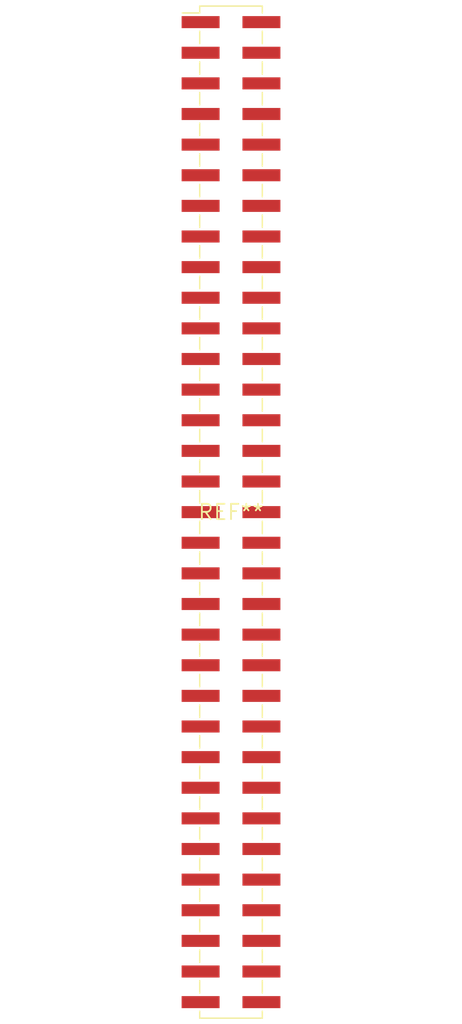
<source format=kicad_pcb>
(kicad_pcb (version 20240108) (generator pcbnew)
  (layers (0 "F.Cu" signal) (31 "B.Cu" signal) (34 "B.Paste" user) (35 "F.Paste" user) (36 "B.SilkS" user "B.Silkscreen") (37 "F.SilkS" user "F.Silkscreen") (38 "B.Mask" user) (39 "F.Mask" user) (44 "Edge.Cuts" user))
  (net 0 "")
  (footprint "PinHeader_2x33_P2.54mm_Vertical_SMD" (layer "F.Cu") (at 0 0)
    (property "Reference" "REF**")
    (property "Value" "PinHeader_2x33_P2.54mm_Vertical_SMD")
    (fp_line (start -4.04 -41.4) (end -2.6 -41.4) (layer "F.SilkS") (stroke (width 0.12)))
    (fp_line (start -2.6 -41.97) (end -2.6 -41.4) (layer "F.SilkS") (stroke (width 0.12)))
    (fp_line (start -2.6 -41.97) (end 2.6 -41.97) (layer "F.SilkS") (stroke (width 0.12)))
    (fp_line (start -2.6 -39.88) (end -2.6 -38.86) (layer "F.SilkS") (stroke (width 0.12)))
    (fp_line (start -2.6 -37.34) (end -2.6 -36.32) (layer "F.SilkS") (stroke (width 0.12)))
    (fp_line (start -2.6 -34.8) (end -2.6 -33.78) (layer "F.SilkS") (stroke (width 0.12)))
    (fp_line (start -2.6 -32.26) (end -2.6 -31.24) (layer "F.SilkS") (stroke (width 0.12)))
    (fp_line (start -2.6 -29.72) (end -2.6 -28.7) (layer "F.SilkS") (stroke (width 0.12)))
    (fp_line (start -2.6 -27.18) (end -2.6 -26.16) (layer "F.SilkS") (stroke (width 0.12)))
    (fp_line (start -2.6 -24.64) (end -2.6 -23.62) (layer "F.SilkS") (stroke (width 0.12)))
    (fp_line (start -2.6 -22.1) (end -2.6 -21.08) (layer "F.SilkS") (stroke (width 0.12)))
    (fp_line (start -2.6 -19.56) (end -2.6 -18.54) (layer "F.SilkS") (stroke (width 0.12)))
    (fp_line (start -2.6 -17.02) (end -2.6 -16) (layer "F.SilkS") (stroke (width 0.12)))
    (fp_line (start -2.6 -14.48) (end -2.6 -13.46) (layer "F.SilkS") (stroke (width 0.12)))
    (fp_line (start -2.6 -11.94) (end -2.6 -10.92) (layer "F.SilkS") (stroke (width 0.12)))
    (fp_line (start -2.6 -9.4) (end -2.6 -8.38) (layer "F.SilkS") (stroke (width 0.12)))
    (fp_line (start -2.6 -6.86) (end -2.6 -5.84) (layer "F.SilkS") (stroke (width 0.12)))
    (fp_line (start -2.6 -4.32) (end -2.6 -3.3) (layer "F.SilkS") (stroke (width 0.12)))
    (fp_line (start -2.6 -1.78) (end -2.6 -0.76) (layer "F.SilkS") (stroke (width 0.12)))
    (fp_line (start -2.6 0.76) (end -2.6 1.78) (layer "F.SilkS") (stroke (width 0.12)))
    (fp_line (start -2.6 3.3) (end -2.6 4.32) (layer "F.SilkS") (stroke (width 0.12)))
    (fp_line (start -2.6 5.84) (end -2.6 6.86) (layer "F.SilkS") (stroke (width 0.12)))
    (fp_line (start -2.6 8.38) (end -2.6 9.4) (layer "F.SilkS") (stroke (width 0.12)))
    (fp_line (start -2.6 10.92) (end -2.6 11.94) (layer "F.SilkS") (stroke (width 0.12)))
    (fp_line (start -2.6 13.46) (end -2.6 14.48) (layer "F.SilkS") (stroke (width 0.12)))
    (fp_line (start -2.6 16) (end -2.6 17.02) (layer "F.SilkS") (stroke (width 0.12)))
    (fp_line (start -2.6 18.54) (end -2.6 19.56) (layer "F.SilkS") (stroke (width 0.12)))
    (fp_line (start -2.6 21.08) (end -2.6 22.1) (layer "F.SilkS") (stroke (width 0.12)))
    (fp_line (start -2.6 23.62) (end -2.6 24.64) (layer "F.SilkS") (stroke (width 0.12)))
    (fp_line (start -2.6 26.16) (end -2.6 27.18) (layer "F.SilkS") (stroke (width 0.12)))
    (fp_line (start -2.6 28.7) (end -2.6 29.72) (layer "F.SilkS") (stroke (width 0.12)))
    (fp_line (start -2.6 31.24) (end -2.6 32.26) (layer "F.SilkS") (stroke (width 0.12)))
    (fp_line (start -2.6 33.78) (end -2.6 34.8) (layer "F.SilkS") (stroke (width 0.12)))
    (fp_line (start -2.6 36.32) (end -2.6 37.34) (layer "F.SilkS") (stroke (width 0.12)))
    (fp_line (start -2.6 38.86) (end -2.6 39.88) (layer "F.SilkS") (stroke (width 0.12)))
    (fp_line (start -2.6 41.4) (end -2.6 41.97) (layer "F.SilkS") (stroke (width 0.12)))
    (fp_line (start -2.6 41.97) (end 2.6 41.97) (layer "F.SilkS") (stroke (width 0.12)))
    (fp_line (start 2.6 -41.97) (end 2.6 -41.4) (layer "F.SilkS") (stroke (width 0.12)))
    (fp_line (start 2.6 -39.88) (end 2.6 -38.86) (layer "F.SilkS") (stroke (width 0.12)))
    (fp_line (start 2.6 -37.34) (end 2.6 -36.32) (layer "F.SilkS") (stroke (width 0.12)))
    (fp_line (start 2.6 -34.8) (end 2.6 -33.78) (layer "F.SilkS") (stroke (width 0.12)))
    (fp_line (start 2.6 -32.26) (end 2.6 -31.24) (layer "F.SilkS") (stroke (width 0.12)))
    (fp_line (start 2.6 -29.72) (end 2.6 -28.7) (layer "F.SilkS") (stroke (width 0.12)))
    (fp_line (start 2.6 -27.18) (end 2.6 -26.16) (layer "F.SilkS") (stroke (width 0.12)))
    (fp_line (start 2.6 -24.64) (end 2.6 -23.62) (layer "F.SilkS") (stroke (width 0.12)))
    (fp_line (start 2.6 -22.1) (end 2.6 -21.08) (layer "F.SilkS") (stroke (width 0.12)))
    (fp_line (start 2.6 -19.56) (end 2.6 -18.54) (layer "F.SilkS") (stroke (width 0.12)))
    (fp_line (start 2.6 -17.02) (end 2.6 -16) (layer "F.SilkS") (stroke (width 0.12)))
    (fp_line (start 2.6 -14.48) (end 2.6 -13.46) (layer "F.SilkS") (stroke (width 0.12)))
    (fp_line (start 2.6 -11.94) (end 2.6 -10.92) (layer "F.SilkS") (stroke (width 0.12)))
    (fp_line (start 2.6 -9.4) (end 2.6 -8.38) (layer "F.SilkS") (stroke (width 0.12)))
    (fp_line (start 2.6 -6.86) (end 2.6 -5.84) (layer "F.SilkS") (stroke (width 0.12)))
    (fp_line (start 2.6 -4.32) (end 2.6 -3.3) (layer "F.SilkS") (stroke (width 0.12)))
    (fp_line (start 2.6 -1.78) (end 2.6 -0.76) (layer "F.SilkS") (stroke (width 0.12)))
    (fp_line (start 2.6 0.76) (end 2.6 1.78) (layer "F.SilkS") (stroke (width 0.12)))
    (fp_line (start 2.6 3.3) (end 2.6 4.32) (layer "F.SilkS") (stroke (width 0.12)))
    (fp_line (start 2.6 5.84) (end 2.6 6.86) (layer "F.SilkS") (stroke (width 0.12)))
    (fp_line (start 2.6 8.38) (end 2.6 9.4) (layer "F.SilkS") (stroke (width 0.12)))
    (fp_line (start 2.6 10.92) (end 2.6 11.94) (layer "F.SilkS") (stroke (width 0.12)))
    (fp_line (start 2.6 13.46) (end 2.6 14.48) (layer "F.SilkS") (stroke (width 0.12)))
    (fp_line (start 2.6 16) (end 2.6 17.02) (layer "F.SilkS") (stroke (width 0.12)))
    (fp_line (start 2.6 18.54) (end 2.6 19.56) (layer "F.SilkS") (stroke (width 0.12)))
    (fp_line (start 2.6 21.08) (end 2.6 22.1) (layer "F.SilkS") (stroke (width 0.12)))
    (fp_line (start 2.6 23.62) (end 2.6 24.64) (layer "F.SilkS") (stroke (width 0.12)))
    (fp_line (start 2.6 26.16) (end 2.6 27.18) (layer "F.SilkS") (stroke (width 0.12)))
    (fp_line (start 2.6 28.7) (end 2.6 29.72) (layer "F.SilkS") (stroke (width 0.12)))
    (fp_line (start 2.6 31.24) (end 2.6 32.26) (layer "F.SilkS") (stroke (width 0.12)))
    (fp_line (start 2.6 33.78) (end 2.6 34.8) (layer "F.SilkS") (stroke (width 0.12)))
    (fp_line (start 2.6 36.32) (end 2.6 37.34) (layer "F.SilkS") (stroke (width 0.12)))
    (fp_line (start 2.6 38.86) (end 2.6 39.88) (layer "F.SilkS") (stroke (width 0.12)))
    (fp_line (start 2.6 41.4) (end 2.6 41.97) (layer "F.SilkS") (stroke (width 0.12)))
    (pad "1" smd rect (at -2.525 -40.64) (size 3.15 1) (layers "F.Cu" "F.Paste" "F.Mask"))
    (pad "2" smd rect (at 2.525 -40.64) (size 3.15 1) (layers "F.Cu" "F.Paste" "F.Mask"))
    (pad "3" smd rect (at -2.525 -38.1) (size 3.15 1) (layers "F.Cu" "F.Paste" "F.Mask"))
    (pad "4" smd rect (at 2.525 -38.1) (size 3.15 1) (layers "F.Cu" "F.Paste" "F.Mask"))
    (pad "5" smd rect (at -2.525 -35.56) (size 3.15 1) (layers "F.Cu" "F.Paste" "F.Mask"))
    (pad "6" smd rect (at 2.525 -35.56) (size 3.15 1) (layers "F.Cu" "F.Paste" "F.Mask"))
    (pad "7" smd rect (at -2.525 -33.02) (size 3.15 1) (layers "F.Cu" "F.Paste" "F.Mask"))
    (pad "8" smd rect (at 2.525 -33.02) (size 3.15 1) (layers "F.Cu" "F.Paste" "F.Mask"))
    (pad "9" smd rect (at -2.525 -30.48) (size 3.15 1) (layers "F.Cu" "F.Paste" "F.Mask"))
    (pad "10" smd rect (at 2.525 -30.48) (size 3.15 1) (layers "F.Cu" "F.Paste" "F.Mask"))
    (pad "11" smd rect (at -2.525 -27.94) (size 3.15 1) (layers "F.Cu" "F.Paste" "F.Mask"))
    (pad "12" smd rect (at 2.525 -27.94) (size 3.15 1) (layers "F.Cu" "F.Paste" "F.Mask"))
    (pad "13" smd rect (at -2.525 -25.4) (size 3.15 1) (layers "F.Cu" "F.Paste" "F.Mask"))
    (pad "14" smd rect (at 2.525 -25.4) (size 3.15 1) (layers "F.Cu" "F.Paste" "F.Mask"))
    (pad "15" smd rect (at -2.525 -22.86) (size 3.15 1) (layers "F.Cu" "F.Paste" "F.Mask"))
    (pad "16" smd rect (at 2.525 -22.86) (size 3.15 1) (layers "F.Cu" "F.Paste" "F.Mask"))
    (pad "17" smd rect (at -2.525 -20.32) (size 3.15 1) (layers "F.Cu" "F.Paste" "F.Mask"))
    (pad "18" smd rect (at 2.525 -20.32) (size 3.15 1) (layers "F.Cu" "F.Paste" "F.Mask"))
    (pad "19" smd rect (at -2.525 -17.78) (size 3.15 1) (layers "F.Cu" "F.Paste" "F.Mask"))
    (pad "20" smd rect (at 2.525 -17.78) (size 3.15 1) (layers "F.Cu" "F.Paste" "F.Mask"))
    (pad "21" smd rect (at -2.525 -15.24) (size 3.15 1) (layers "F.Cu" "F.Paste" "F.Mask"))
    (pad "22" smd rect (at 2.525 -15.24) (size 3.15 1) (layers "F.Cu" "F.Paste" "F.Mask"))
    (pad "23" smd rect (at -2.525 -12.7) (size 3.15 1) (layers "F.Cu" "F.Paste" "F.Mask"))
    (pad "24" smd rect (at 2.525 -12.7) (size 3.15 1) (layers "F.Cu" "F.Paste" "F.Mask"))
    (pad "25" smd rect (at -2.525 -10.16) (size 3.15 1) (layers "F.Cu" "F.Paste" "F.Mask"))
    (pad "26" smd rect (at 2.525 -10.16) (size 3.15 1) (layers "F.Cu" "F.Paste" "F.Mask"))
    (pad "27" smd rect (at -2.525 -7.62) (size 3.15 1) (layers "F.Cu" "F.Paste" "F.Mask"))
    (pad "28" smd rect (at 2.525 -7.62) (size 3.15 1) (layers "F.Cu" "F.Paste" "F.Mask"))
    (pad "29" smd rect (at -2.525 -5.08) (size 3.15 1) (layers "F.Cu" "F.Paste" "F.Mask"))
    (pad "30" smd rect (at 2.525 -5.08) (size 3.15 1) (layers "F.Cu" "F.Paste" "F.Mask"))
    (pad "31" smd rect (at -2.525 -2.54) (size 3.15 1) (layers "F.Cu" "F.Paste" "F.Mask"))
    (pad "32" smd rect (at 2.525 -2.54) (size 3.15 1) (layers "F.Cu" "F.Paste" "F.Mask"))
    (pad "33" smd rect (at -2.525 0) (size 3.15 1) (layers "F.Cu" "F.Paste" "F.Mask"))
    (pad "34" smd rect (at 2.525 0) (size 3.15 1) (layers "F.Cu" "F.Paste" "F.Mask"))
    (pad "35" smd rect (at -2.525 2.54) (size 3.15 1) (layers "F.Cu" "F.Paste" "F.Mask"))
    (pad "36" smd rect (at 2.525 2.54) (size 3.15 1) (layers "F.Cu" "F.Paste" "F.Mask"))
    (pad "37" smd rect (at -2.525 5.08) (size 3.15 1) (layers "F.Cu" "F.Paste" "F.Mask"))
    (pad "38" smd rect (at 2.525 5.08) (size 3.15 1) (layers "F.Cu" "F.Paste" "F.Mask"))
    (pad "39" smd rect (at -2.525 7.62) (size 3.15 1) (layers "F.Cu" "F.Paste" "F.Mask"))
    (pad "40" smd rect (at 2.525 7.62) (size 3.15 1) (layers "F.Cu" "F.Paste" "F.Mask"))
    (pad "41" smd rect (at -2.525 10.16) (size 3.15 1) (layers "F.Cu" "F.Paste" "F.Mask"))
    (pad "42" smd rect (at 2.525 10.16) (size 3.15 1) (layers "F.Cu" "F.Paste" "F.Mask"))
    (pad "43" smd rect (at -2.525 12.7) (size 3.15 1) (layers "F.Cu" "F.Paste" "F.Mask"))
    (pad "44" smd rect (at 2.525 12.7) (size 3.15 1) (layers "F.Cu" "F.Paste" "F.Mask"))
    (pad "45" smd rect (at -2.525 15.24) (size 3.15 1) (layers "F.Cu" "F.Paste" "F.Mask"))
    (pad "46" smd rect (at 2.525 15.24) (size 3.15 1) (layers "F.Cu" "F.Paste" "F.Mask"))
    (pad "47" smd rect (at -2.525 17.78) (size 3.15 1) (layers "F.Cu" "F.Paste" "F.Mask"))
    (pad "48" smd rect (at 2.525 17.78) (size 3.15 1) (layers "F.Cu" "F.Paste" "F.Mask"))
    (pad "49" smd rect (at -2.525 20.32) (size 3.15 1) (layers "F.Cu" "F.Paste" "F.Mask"))
    (pad "50" smd rect (at 2.525 20.32) (size 3.15 1) (layers "F.Cu" "F.Paste" "F.Mask"))
    (pad "51" smd rect (at -2.525 22.86) (size 3.15 1) (layers "F.Cu" "F.Paste" "F.Mask"))
    (pad "52" smd rect (at 2.525 22.86) (size 3.15 1) (layers "F.Cu" "F.Paste" "F.Mask"))
    (pad "53" smd rect (at -2.525 25.4) (size 3.15 1) (layers "F.Cu" "F.Paste" "F.Mask"))
    (pad "54" smd rect (at 2.525 25.4) (size 3.15 1) (layers "F.Cu" "F.Paste" "F.Mask"))
    (pad "55" smd rect (at -2.525 27.94) (size 3.15 1) (layers "F.Cu" "F.Paste" "F.Mask"))
    (pad "56" smd rect (at 2.525 27.94) (size 3.15 1) (layers "F.Cu" "F.Paste" "F.Mask"))
    (pad "57" smd rect (at -2.525 30.48) (size 3.15 1) (layers "F.Cu" "F.Paste" "F.Mask"))
    (pad "58" smd rect (at 2.525 30.48) (size 3.15 1) (layers "F.Cu" "F.Paste" "F.Mask"))
    (pad "59" smd rect (at -2.525 33.02) (size 3.15 1) (layers "F.Cu" "F.Paste" "F.Mask"))
    (pad "60" smd rect (at 2.525 33.02) (size 3.15 1) (layers "F.Cu" "F.Paste" "F.Mask"))
    (pad "61" smd rect (at -2.525 35.56) (size 3.15 1) (layers "F.Cu" "F.Paste" "F.Mask"))
    (pad "62" smd rect (at 2.525 35.56) (size 3.15 1) (layers "F.Cu" "F.Paste" "F.Mask"))
    (pad "63" smd rect (at -2.525 38.1) (size 3.15 1) (layers "F.Cu" "F.Paste" "F.Mask"))
    (pad "64" smd rect (at 2.525 38.1) (size 3.15 1) (layers "F.Cu" "F.Paste" "F.Mask"))
    (pad "65" smd rect (at -2.525 40.64) (size 3.15 1) (layers "F.Cu" "F.Paste" "F.Mask"))
    (pad "66" smd rect (at 2.525 40.64) (size 3.15 1) (layers "F.Cu" "F.Paste" "F.Mask"))
  )
)
</source>
